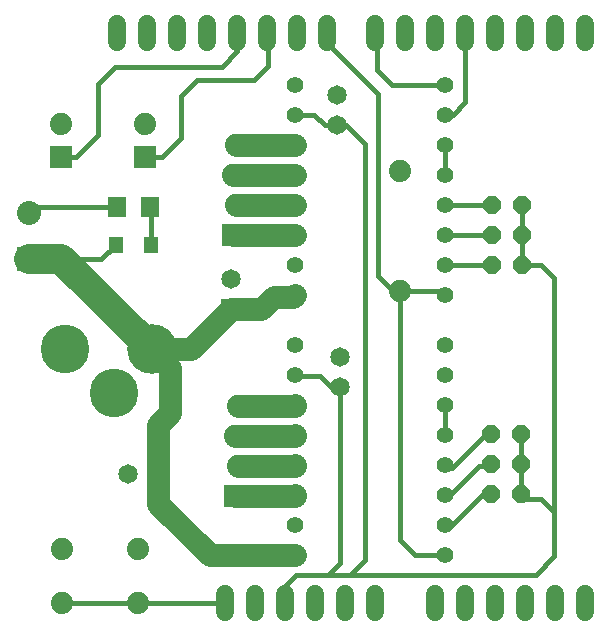
<source format=gtl>
G75*
%MOIN*%
%OFA0B0*%
%FSLAX24Y24*%
%IPPOS*%
%LPD*%
%AMOC8*
5,1,8,0,0,1.08239X$1,22.5*
%
%ADD10C,0.0600*%
%ADD11C,0.0554*%
%ADD12R,0.0740X0.0740*%
%ADD13C,0.0740*%
%ADD14C,0.1660*%
%ADD15C,0.1620*%
%ADD16C,0.0650*%
%ADD17R,0.0650X0.0650*%
%ADD18R,0.0800X0.0800*%
%ADD19C,0.0800*%
%ADD20R,0.0630X0.0709*%
%ADD21R,0.0472X0.0551*%
%ADD22OC8,0.0600*%
%ADD23C,0.0160*%
%ADD24C,0.0760*%
%ADD25C,0.1000*%
D10*
X008650Y000850D02*
X008650Y001450D01*
X009650Y001450D02*
X009650Y000850D01*
X010650Y000850D02*
X010650Y001450D01*
X011650Y001450D02*
X011650Y000850D01*
X012650Y000850D02*
X012650Y001450D01*
X013650Y001450D02*
X013650Y000850D01*
X015650Y000850D02*
X015650Y001450D01*
X016650Y001450D02*
X016650Y000850D01*
X017650Y000850D02*
X017650Y001450D01*
X018650Y001450D02*
X018650Y000850D01*
X019650Y000850D02*
X019650Y001450D01*
X020650Y001450D02*
X020650Y000850D01*
X020650Y019850D02*
X020650Y020450D01*
X019650Y020450D02*
X019650Y019850D01*
X018650Y019850D02*
X018650Y020450D01*
X017650Y020450D02*
X017650Y019850D01*
X016650Y019850D02*
X016650Y020450D01*
X015650Y020450D02*
X015650Y019850D01*
X014650Y019850D02*
X014650Y020450D01*
X013650Y020450D02*
X013650Y019850D01*
X012050Y019850D02*
X012050Y020450D01*
X011050Y020450D02*
X011050Y019850D01*
X010050Y019850D02*
X010050Y020450D01*
X009050Y020450D02*
X009050Y019850D01*
X008050Y019850D02*
X008050Y020450D01*
X007050Y020450D02*
X007050Y019850D01*
X006050Y019850D02*
X006050Y020450D01*
X005050Y020450D02*
X005050Y019850D01*
D11*
X010980Y018415D03*
X010980Y017415D03*
X010980Y016415D03*
X010980Y015415D03*
X010980Y014415D03*
X010980Y013415D03*
X010980Y012415D03*
X010980Y011415D03*
X010995Y009730D03*
X010995Y008730D03*
X010995Y007730D03*
X010995Y006730D03*
X010995Y005730D03*
X010995Y004730D03*
X010995Y003730D03*
X010995Y002730D03*
X015995Y002730D03*
X015995Y003730D03*
X015995Y004730D03*
X015995Y005730D03*
X015995Y006730D03*
X015995Y007730D03*
X015995Y008730D03*
X015995Y009730D03*
X015980Y011415D03*
X015980Y012415D03*
X015980Y013415D03*
X015980Y014415D03*
X015980Y015415D03*
X015980Y016415D03*
X015980Y017415D03*
X015980Y018415D03*
D12*
X008930Y013415D03*
X005990Y016000D03*
X003195Y016020D03*
X008990Y004725D03*
D13*
X003210Y001155D03*
X003210Y002935D03*
X005770Y002935D03*
X005770Y001155D03*
X009090Y005725D03*
X008990Y006725D03*
X009090Y007725D03*
X014475Y011545D03*
X014475Y015545D03*
X009030Y016415D03*
X008930Y015415D03*
X009030Y014415D03*
X005990Y017100D03*
X003195Y017120D03*
D14*
X006209Y009610D03*
D15*
X004958Y008129D03*
X003326Y009600D03*
D16*
X005430Y005450D03*
X008845Y011935D03*
X012485Y009345D03*
X012485Y008345D03*
X012405Y017075D03*
X012405Y018075D03*
D17*
X008845Y010935D03*
X006430Y005450D03*
D18*
X002140Y012615D03*
D19*
X002140Y014133D03*
D20*
X005069Y014340D03*
X006171Y014340D03*
D21*
X006191Y013090D03*
X005009Y013090D03*
D22*
X017540Y006765D03*
X017540Y005765D03*
X017540Y004765D03*
X018540Y004765D03*
X018540Y005765D03*
X018540Y006765D03*
X018565Y012425D03*
X017565Y012425D03*
X017565Y013425D03*
X017565Y014425D03*
X018565Y014425D03*
X018565Y013425D03*
D23*
X018565Y012425D01*
X019185Y012425D01*
X019635Y011975D01*
X019635Y004180D01*
X019195Y004620D01*
X018705Y004620D01*
X018685Y004620D01*
X018540Y004765D01*
X018540Y004785D02*
X018540Y005765D01*
X018540Y006765D01*
X017540Y006765D02*
X017510Y006735D01*
X017325Y006735D01*
X016220Y005630D01*
X016095Y005630D01*
X015995Y005730D01*
X015995Y004730D02*
X016155Y004730D01*
X017120Y005695D01*
X017470Y005695D01*
X017540Y005765D01*
X017510Y005735D01*
X017540Y004765D02*
X017510Y004735D01*
X017235Y004735D01*
X016230Y003730D01*
X015995Y003730D01*
X015995Y002730D02*
X014995Y002730D01*
X014475Y003250D01*
X014475Y011545D01*
X015850Y011545D01*
X015980Y011415D01*
X015980Y012415D02*
X017555Y012415D01*
X017565Y012425D01*
X017555Y013415D02*
X015980Y013415D01*
X015980Y014415D02*
X017555Y014415D01*
X017565Y014425D01*
X017565Y013425D02*
X017555Y013415D01*
X018565Y013425D02*
X018565Y014425D01*
X015980Y015415D02*
X015980Y016415D01*
X015980Y017415D02*
X016255Y017415D01*
X016670Y017830D01*
X016670Y020130D01*
X016650Y020150D01*
X015980Y018415D02*
X014210Y018415D01*
X013710Y018915D01*
X013710Y020090D01*
X013650Y020150D01*
X012090Y020110D02*
X012090Y019780D01*
X013750Y018120D01*
X013750Y012040D01*
X014245Y011545D01*
X014475Y011545D01*
X011835Y008715D02*
X011010Y008715D01*
X010995Y008730D01*
X011835Y008715D02*
X012205Y008345D01*
X012485Y008345D01*
X012485Y002485D01*
X012080Y002080D01*
X012820Y002080D01*
X013310Y002570D01*
X013310Y016460D01*
X012695Y017075D01*
X012405Y017075D01*
X011980Y017075D01*
X011635Y017420D01*
X010985Y017420D01*
X010980Y017415D01*
X009620Y018585D02*
X010075Y019040D01*
X010075Y020125D01*
X010050Y020150D01*
X009050Y020150D02*
X009050Y019530D01*
X008545Y019025D01*
X004995Y019025D01*
X004410Y018440D01*
X004410Y016735D01*
X003695Y016020D01*
X003195Y016020D01*
X002347Y014340D02*
X002140Y014133D01*
X002347Y014340D02*
X005069Y014340D01*
X006171Y014340D02*
X006191Y014321D01*
X006191Y013090D01*
X005009Y013090D02*
X004534Y012615D01*
X003204Y012615D01*
X005990Y016000D02*
X006560Y016000D01*
X007200Y016640D01*
X007200Y018050D01*
X007735Y018585D01*
X009620Y018585D01*
X012050Y020150D02*
X012090Y020110D01*
X015995Y007730D02*
X015995Y006730D01*
X018540Y004785D02*
X018705Y004620D01*
X019635Y004180D02*
X019635Y002705D01*
X019010Y002080D01*
X012820Y002080D01*
X012080Y002080D02*
X011030Y002080D01*
X010650Y001700D01*
X010650Y001150D01*
X008650Y001150D02*
X005770Y001155D01*
X003210Y001155D01*
D24*
X006430Y004460D02*
X008155Y002735D01*
X010990Y002735D01*
X010995Y002730D01*
X010990Y004725D02*
X008990Y004725D01*
X009090Y005725D02*
X010990Y005725D01*
X010995Y005730D01*
X010995Y004730D02*
X010990Y004725D01*
X010990Y006725D02*
X008990Y006725D01*
X009090Y007725D02*
X010990Y007725D01*
X010995Y007730D01*
X010995Y006730D02*
X010990Y006725D01*
X007520Y009610D02*
X008845Y010935D01*
X009870Y010935D01*
X010290Y011355D01*
X010920Y011355D01*
X010980Y011415D01*
X010980Y013415D02*
X008930Y013415D01*
X009030Y014415D02*
X010980Y014415D01*
X010980Y015415D02*
X008930Y015415D01*
X009030Y016415D02*
X010980Y016415D01*
X007520Y009610D02*
X006209Y009610D01*
X006840Y008979D01*
X006840Y007485D01*
X006430Y007075D01*
X006430Y005450D01*
X006430Y004460D01*
D25*
X006209Y009610D02*
X003204Y012615D01*
X002140Y012615D01*
M02*

</source>
